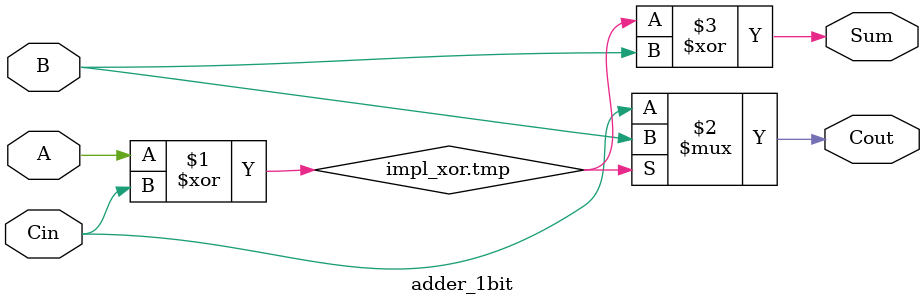
<source format=v>

module adder_1bit #(
    parameter IMPL_TYPE = 0
)(
    input A,
    input B,
    input Cin,
    output Sum,
    output Cout
);

    generate
    if (IMPL_TYPE == 0) begin : impl_xor

        wire tmp;
        // XOR + MUX
        assign tmp = A ^ Cin;
        assign Cout = tmp ? B : Cin;
        assign Sum = tmp ^ B;

    end else if (IMPL_TYPE == 1) begin : impl_maj

        wire m1, m2, m3, nCin, nm1;
        // MAJ + NOT
        maj3 inst1 (.A(A), .B(B), .C(Cin), .Y(m1));
        assign nm1 = ~m1;
        assign nCin = ~Cin;
        maj3 inst2 (.A(A), .B(B), .C(nCin), .Y(m2));
        maj3 inst3 (.A(m2), .B(nm1), .C(Cin), .Y(m3));
        assign Cout = m1;
        assign Sum = m3;

    end else begin : impl_unsupported
        initial begin
            $display("Unsupported implementation for adder_1bit: %d", IMPL_TYPE);
            $finish;
        end
    end
    endgenerate

endmodule

</source>
